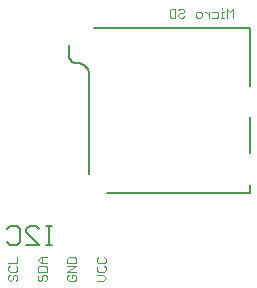
<source format=gbo>
G75*
G70*
%OFA0B0*%
%FSLAX24Y24*%
%IPPOS*%
%LPD*%
%AMOC8*
5,1,8,0,0,1.08239X$1,22.5*
%
%ADD10C,0.0060*%
%ADD11C,0.0030*%
%ADD12C,0.0080*%
D10*
X006409Y006946D02*
X006302Y007053D01*
X006409Y006946D02*
X006622Y006946D01*
X006729Y007053D01*
X006729Y007480D01*
X006622Y007587D01*
X006409Y007587D01*
X006302Y007480D01*
X006946Y007480D02*
X006946Y007373D01*
X007373Y006946D01*
X006946Y006946D01*
X006946Y007480D02*
X007053Y007587D01*
X007267Y007587D01*
X007373Y007480D01*
X007590Y007587D02*
X007803Y007587D01*
X007696Y007587D02*
X007696Y006946D01*
X007590Y006946D02*
X007803Y006946D01*
D11*
X006395Y005750D02*
X006347Y005799D01*
X006347Y005895D01*
X006395Y005944D01*
X006395Y006045D02*
X006589Y006045D01*
X006637Y006093D01*
X006637Y006190D01*
X006589Y006238D01*
X006637Y006340D02*
X006637Y006533D01*
X006637Y006340D02*
X006347Y006340D01*
X006395Y006238D02*
X006347Y006190D01*
X006347Y006093D01*
X006395Y006045D01*
X006540Y005944D02*
X006492Y005895D01*
X006492Y005799D01*
X006443Y005750D01*
X006395Y005750D01*
X006540Y005944D02*
X006589Y005944D01*
X006637Y005895D01*
X006637Y005799D01*
X006589Y005750D01*
X007331Y005799D02*
X007379Y005750D01*
X007428Y005750D01*
X007476Y005799D01*
X007476Y005895D01*
X007524Y005944D01*
X007573Y005944D01*
X007621Y005895D01*
X007621Y005799D01*
X007573Y005750D01*
X007379Y005944D02*
X007331Y005895D01*
X007331Y005799D01*
X007331Y006045D02*
X007331Y006190D01*
X007379Y006238D01*
X007573Y006238D01*
X007621Y006190D01*
X007621Y006045D01*
X007331Y006045D01*
X007428Y006340D02*
X007331Y006436D01*
X007428Y006533D01*
X007621Y006533D01*
X007476Y006533D02*
X007476Y006340D01*
X007428Y006340D02*
X007621Y006340D01*
X008315Y006340D02*
X008315Y006485D01*
X008364Y006533D01*
X008557Y006533D01*
X008605Y006485D01*
X008605Y006340D01*
X008315Y006340D01*
X008315Y006238D02*
X008605Y006238D01*
X008315Y006045D01*
X008605Y006045D01*
X008557Y005944D02*
X008460Y005944D01*
X008460Y005847D01*
X008364Y005944D02*
X008315Y005895D01*
X008315Y005799D01*
X008364Y005750D01*
X008557Y005750D01*
X008605Y005799D01*
X008605Y005895D01*
X008557Y005944D01*
X009299Y005944D02*
X009493Y005944D01*
X009590Y005847D01*
X009493Y005750D01*
X009299Y005750D01*
X009348Y006045D02*
X009541Y006045D01*
X009590Y006093D01*
X009590Y006190D01*
X009541Y006238D01*
X009541Y006340D02*
X009348Y006340D01*
X009299Y006388D01*
X009299Y006485D01*
X009348Y006533D01*
X009541Y006533D02*
X009590Y006485D01*
X009590Y006388D01*
X009541Y006340D01*
X009348Y006238D02*
X009299Y006190D01*
X009299Y006093D01*
X009348Y006045D01*
X011767Y014517D02*
X011718Y014565D01*
X011718Y014759D01*
X011767Y014807D01*
X011912Y014807D01*
X011912Y014517D01*
X011767Y014517D01*
X012013Y014565D02*
X012061Y014517D01*
X012158Y014517D01*
X012207Y014565D01*
X012158Y014662D02*
X012061Y014662D01*
X012013Y014614D01*
X012013Y014565D01*
X012158Y014662D02*
X012207Y014710D01*
X012207Y014759D01*
X012158Y014807D01*
X012061Y014807D01*
X012013Y014759D01*
X012602Y014662D02*
X012651Y014710D01*
X012748Y014710D01*
X012796Y014662D01*
X012796Y014565D01*
X012748Y014517D01*
X012651Y014517D01*
X012602Y014565D01*
X012602Y014662D01*
X012896Y014710D02*
X012945Y014710D01*
X013041Y014614D01*
X013041Y014710D02*
X013041Y014517D01*
X013143Y014517D02*
X013288Y014517D01*
X013336Y014565D01*
X013336Y014662D01*
X013288Y014710D01*
X013143Y014710D01*
X013436Y014517D02*
X013533Y014517D01*
X013484Y014517D02*
X013484Y014710D01*
X013533Y014710D01*
X013484Y014807D02*
X013484Y014855D01*
X013634Y014807D02*
X013634Y014517D01*
X013827Y014517D02*
X013827Y014807D01*
X013730Y014710D01*
X013634Y014807D01*
D12*
X014392Y014184D02*
X014392Y012255D01*
X014392Y011192D02*
X014392Y010011D01*
X014392Y008948D02*
X014392Y008672D01*
X009628Y008672D01*
X009038Y009302D02*
X009038Y012609D01*
X009035Y012647D01*
X009029Y012685D01*
X009019Y012722D01*
X009005Y012758D01*
X008989Y012793D01*
X008969Y012825D01*
X008946Y012856D01*
X008920Y012885D01*
X008891Y012911D01*
X008860Y012934D01*
X008828Y012954D01*
X008793Y012970D01*
X008757Y012984D01*
X008720Y012994D01*
X008682Y013000D01*
X008644Y013003D01*
X008612Y013002D01*
X008581Y013006D01*
X008550Y013013D01*
X008520Y013024D01*
X008492Y013038D01*
X008466Y013056D01*
X008442Y013077D01*
X008421Y013101D01*
X008403Y013127D01*
X008389Y013155D01*
X008378Y013185D01*
X008371Y013216D01*
X008367Y013247D01*
X008368Y013279D01*
X008369Y013279D02*
X008369Y013594D01*
X009195Y014184D02*
X014392Y014184D01*
M02*

</source>
